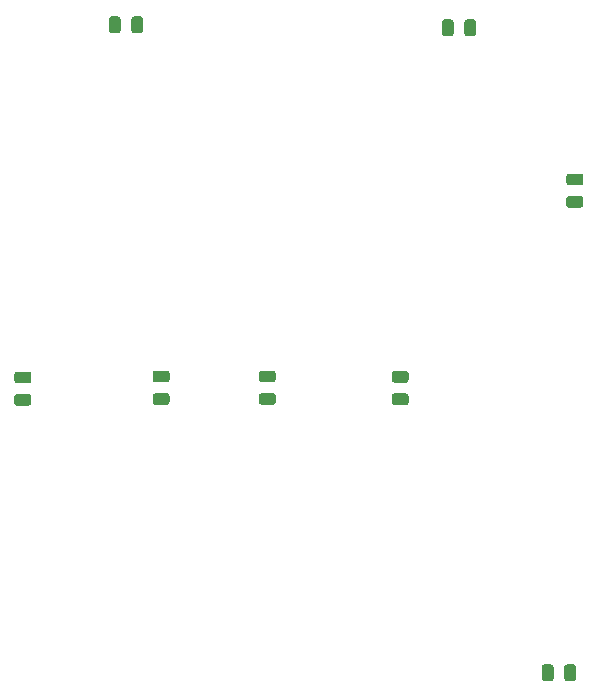
<source format=gbr>
G04 #@! TF.GenerationSoftware,KiCad,Pcbnew,(5.1.7)-1*
G04 #@! TF.CreationDate,2020-12-18T14:13:03+01:00*
G04 #@! TF.ProjectId,CR-VERSION,43522d56-4552-4534-994f-4e2e6b696361,rev?*
G04 #@! TF.SameCoordinates,Original*
G04 #@! TF.FileFunction,Paste,Bot*
G04 #@! TF.FilePolarity,Positive*
%FSLAX46Y46*%
G04 Gerber Fmt 4.6, Leading zero omitted, Abs format (unit mm)*
G04 Created by KiCad (PCBNEW (5.1.7)-1) date 2020-12-18 14:13:03*
%MOMM*%
%LPD*%
G01*
G04 APERTURE LIST*
G04 APERTURE END LIST*
G36*
G01*
X174157000Y-72128000D02*
X174157000Y-73078000D01*
G75*
G02*
X173907000Y-73328000I-250000J0D01*
G01*
X173407000Y-73328000D01*
G75*
G02*
X173157000Y-73078000I0J250000D01*
G01*
X173157000Y-72128000D01*
G75*
G02*
X173407000Y-71878000I250000J0D01*
G01*
X173907000Y-71878000D01*
G75*
G02*
X174157000Y-72128000I0J-250000D01*
G01*
G37*
G36*
G01*
X176057000Y-72128000D02*
X176057000Y-73078000D01*
G75*
G02*
X175807000Y-73328000I-250000J0D01*
G01*
X175307000Y-73328000D01*
G75*
G02*
X175057000Y-73078000I0J250000D01*
G01*
X175057000Y-72128000D01*
G75*
G02*
X175307000Y-71878000I250000J0D01*
G01*
X175807000Y-71878000D01*
G75*
G02*
X176057000Y-72128000I0J-250000D01*
G01*
G37*
G36*
G01*
X202351000Y-72382000D02*
X202351000Y-73332000D01*
G75*
G02*
X202101000Y-73582000I-250000J0D01*
G01*
X201601000Y-73582000D01*
G75*
G02*
X201351000Y-73332000I0J250000D01*
G01*
X201351000Y-72382000D01*
G75*
G02*
X201601000Y-72132000I250000J0D01*
G01*
X202101000Y-72132000D01*
G75*
G02*
X202351000Y-72382000I0J-250000D01*
G01*
G37*
G36*
G01*
X204251000Y-72382000D02*
X204251000Y-73332000D01*
G75*
G02*
X204001000Y-73582000I-250000J0D01*
G01*
X203501000Y-73582000D01*
G75*
G02*
X203251000Y-73332000I0J250000D01*
G01*
X203251000Y-72382000D01*
G75*
G02*
X203501000Y-72132000I250000J0D01*
G01*
X204001000Y-72132000D01*
G75*
G02*
X204251000Y-72382000I0J-250000D01*
G01*
G37*
G36*
G01*
X211709200Y-127942000D02*
X211709200Y-126992000D01*
G75*
G02*
X211959200Y-126742000I250000J0D01*
G01*
X212459200Y-126742000D01*
G75*
G02*
X212709200Y-126992000I0J-250000D01*
G01*
X212709200Y-127942000D01*
G75*
G02*
X212459200Y-128192000I-250000J0D01*
G01*
X211959200Y-128192000D01*
G75*
G02*
X211709200Y-127942000I0J250000D01*
G01*
G37*
G36*
G01*
X209809200Y-127942000D02*
X209809200Y-126992000D01*
G75*
G02*
X210059200Y-126742000I250000J0D01*
G01*
X210559200Y-126742000D01*
G75*
G02*
X210809200Y-126992000I0J-250000D01*
G01*
X210809200Y-127942000D01*
G75*
G02*
X210559200Y-128192000I-250000J0D01*
G01*
X210059200Y-128192000D01*
G75*
G02*
X209809200Y-127942000I0J250000D01*
G01*
G37*
G36*
G01*
X178053800Y-102887000D02*
X177103800Y-102887000D01*
G75*
G02*
X176853800Y-102637000I0J250000D01*
G01*
X176853800Y-102137000D01*
G75*
G02*
X177103800Y-101887000I250000J0D01*
G01*
X178053800Y-101887000D01*
G75*
G02*
X178303800Y-102137000I0J-250000D01*
G01*
X178303800Y-102637000D01*
G75*
G02*
X178053800Y-102887000I-250000J0D01*
G01*
G37*
G36*
G01*
X178053800Y-104787000D02*
X177103800Y-104787000D01*
G75*
G02*
X176853800Y-104537000I0J250000D01*
G01*
X176853800Y-104037000D01*
G75*
G02*
X177103800Y-103787000I250000J0D01*
G01*
X178053800Y-103787000D01*
G75*
G02*
X178303800Y-104037000I0J-250000D01*
G01*
X178303800Y-104537000D01*
G75*
G02*
X178053800Y-104787000I-250000J0D01*
G01*
G37*
G36*
G01*
X186095400Y-103787000D02*
X187045400Y-103787000D01*
G75*
G02*
X187295400Y-104037000I0J-250000D01*
G01*
X187295400Y-104537000D01*
G75*
G02*
X187045400Y-104787000I-250000J0D01*
G01*
X186095400Y-104787000D01*
G75*
G02*
X185845400Y-104537000I0J250000D01*
G01*
X185845400Y-104037000D01*
G75*
G02*
X186095400Y-103787000I250000J0D01*
G01*
G37*
G36*
G01*
X186095400Y-101887000D02*
X187045400Y-101887000D01*
G75*
G02*
X187295400Y-102137000I0J-250000D01*
G01*
X187295400Y-102637000D01*
G75*
G02*
X187045400Y-102887000I-250000J0D01*
G01*
X186095400Y-102887000D01*
G75*
G02*
X185845400Y-102637000I0J250000D01*
G01*
X185845400Y-102137000D01*
G75*
G02*
X186095400Y-101887000I250000J0D01*
G01*
G37*
G36*
G01*
X165394400Y-103863200D02*
X166344400Y-103863200D01*
G75*
G02*
X166594400Y-104113200I0J-250000D01*
G01*
X166594400Y-104613200D01*
G75*
G02*
X166344400Y-104863200I-250000J0D01*
G01*
X165394400Y-104863200D01*
G75*
G02*
X165144400Y-104613200I0J250000D01*
G01*
X165144400Y-104113200D01*
G75*
G02*
X165394400Y-103863200I250000J0D01*
G01*
G37*
G36*
G01*
X165394400Y-101963200D02*
X166344400Y-101963200D01*
G75*
G02*
X166594400Y-102213200I0J-250000D01*
G01*
X166594400Y-102713200D01*
G75*
G02*
X166344400Y-102963200I-250000J0D01*
G01*
X165394400Y-102963200D01*
G75*
G02*
X165144400Y-102713200I0J250000D01*
G01*
X165144400Y-102213200D01*
G75*
G02*
X165394400Y-101963200I250000J0D01*
G01*
G37*
G36*
G01*
X198297600Y-102912400D02*
X197347600Y-102912400D01*
G75*
G02*
X197097600Y-102662400I0J250000D01*
G01*
X197097600Y-102162400D01*
G75*
G02*
X197347600Y-101912400I250000J0D01*
G01*
X198297600Y-101912400D01*
G75*
G02*
X198547600Y-102162400I0J-250000D01*
G01*
X198547600Y-102662400D01*
G75*
G02*
X198297600Y-102912400I-250000J0D01*
G01*
G37*
G36*
G01*
X198297600Y-104812400D02*
X197347600Y-104812400D01*
G75*
G02*
X197097600Y-104562400I0J250000D01*
G01*
X197097600Y-104062400D01*
G75*
G02*
X197347600Y-103812400I250000J0D01*
G01*
X198297600Y-103812400D01*
G75*
G02*
X198547600Y-104062400I0J-250000D01*
G01*
X198547600Y-104562400D01*
G75*
G02*
X198297600Y-104812400I-250000J0D01*
G01*
G37*
G36*
G01*
X213080400Y-86199200D02*
X212130400Y-86199200D01*
G75*
G02*
X211880400Y-85949200I0J250000D01*
G01*
X211880400Y-85449200D01*
G75*
G02*
X212130400Y-85199200I250000J0D01*
G01*
X213080400Y-85199200D01*
G75*
G02*
X213330400Y-85449200I0J-250000D01*
G01*
X213330400Y-85949200D01*
G75*
G02*
X213080400Y-86199200I-250000J0D01*
G01*
G37*
G36*
G01*
X213080400Y-88099200D02*
X212130400Y-88099200D01*
G75*
G02*
X211880400Y-87849200I0J250000D01*
G01*
X211880400Y-87349200D01*
G75*
G02*
X212130400Y-87099200I250000J0D01*
G01*
X213080400Y-87099200D01*
G75*
G02*
X213330400Y-87349200I0J-250000D01*
G01*
X213330400Y-87849200D01*
G75*
G02*
X213080400Y-88099200I-250000J0D01*
G01*
G37*
M02*

</source>
